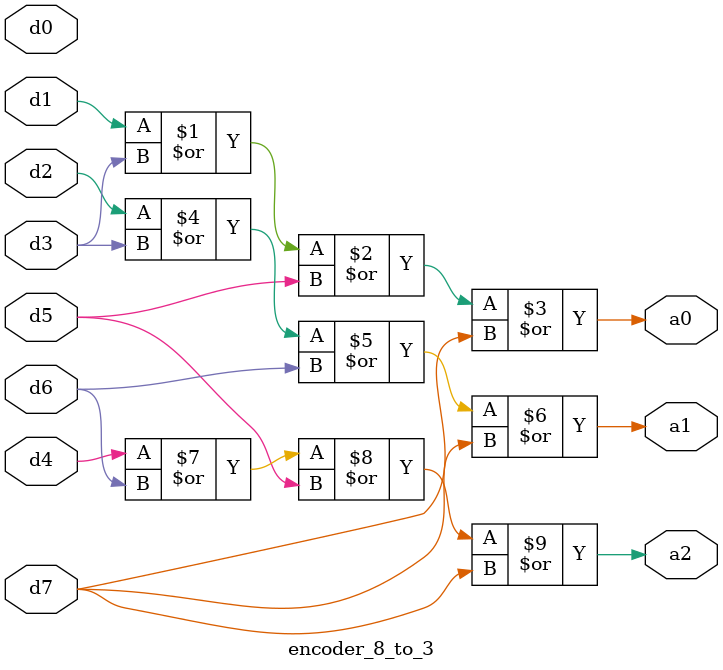
<source format=v>
module encoder_8_to_3(a0,a1,a2,d0,d1,d2,d3,d4,d5,d6,d7);
input d0,d1,d2,d3,d4,d5,d6,d7;
output a0,a1,a2;
assign a0 = ( d1 | d3 | d5 | d7 );
assign a1 = ( d2 | d3 | d6 | d7 );
assign a2 = ( d4 | d6 | d5 | d7 );
endmodule

</source>
